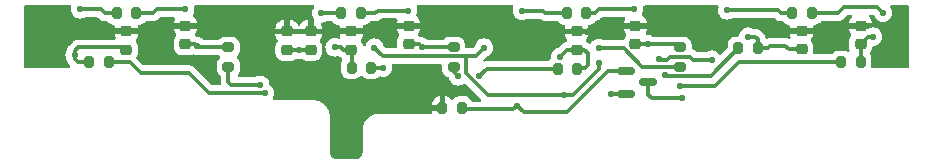
<source format=gtl>
G04 #@! TF.GenerationSoftware,KiCad,Pcbnew,7.0.1*
G04 #@! TF.CreationDate,2024-03-29T16:00:37+01:00*
G04 #@! TF.ProjectId,Qtr-8-SN,5174722d-382d-4534-9e2e-6b696361645f,rev?*
G04 #@! TF.SameCoordinates,Original*
G04 #@! TF.FileFunction,Copper,L1,Top*
G04 #@! TF.FilePolarity,Positive*
%FSLAX46Y46*%
G04 Gerber Fmt 4.6, Leading zero omitted, Abs format (unit mm)*
G04 Created by KiCad (PCBNEW 7.0.1) date 2024-03-29 16:00:37*
%MOMM*%
%LPD*%
G01*
G04 APERTURE LIST*
G04 Aperture macros list*
%AMRoundRect*
0 Rectangle with rounded corners*
0 $1 Rounding radius*
0 $2 $3 $4 $5 $6 $7 $8 $9 X,Y pos of 4 corners*
0 Add a 4 corners polygon primitive as box body*
4,1,4,$2,$3,$4,$5,$6,$7,$8,$9,$2,$3,0*
0 Add four circle primitives for the rounded corners*
1,1,$1+$1,$2,$3*
1,1,$1+$1,$4,$5*
1,1,$1+$1,$6,$7*
1,1,$1+$1,$8,$9*
0 Add four rect primitives between the rounded corners*
20,1,$1+$1,$2,$3,$4,$5,0*
20,1,$1+$1,$4,$5,$6,$7,0*
20,1,$1+$1,$6,$7,$8,$9,0*
20,1,$1+$1,$8,$9,$2,$3,0*%
G04 Aperture macros list end*
G04 #@! TA.AperFunction,SMDPad,CuDef*
%ADD10RoundRect,0.200000X0.200000X0.275000X-0.200000X0.275000X-0.200000X-0.275000X0.200000X-0.275000X0*%
G04 #@! TD*
G04 #@! TA.AperFunction,SMDPad,CuDef*
%ADD11RoundRect,0.225000X0.250000X-0.225000X0.250000X0.225000X-0.250000X0.225000X-0.250000X-0.225000X0*%
G04 #@! TD*
G04 #@! TA.AperFunction,SMDPad,CuDef*
%ADD12RoundRect,0.200000X-0.200000X-0.275000X0.200000X-0.275000X0.200000X0.275000X-0.200000X0.275000X0*%
G04 #@! TD*
G04 #@! TA.AperFunction,SMDPad,CuDef*
%ADD13RoundRect,0.225000X-0.250000X0.225000X-0.250000X-0.225000X0.250000X-0.225000X0.250000X0.225000X0*%
G04 #@! TD*
G04 #@! TA.AperFunction,SMDPad,CuDef*
%ADD14RoundRect,0.200000X-0.275000X0.200000X-0.275000X-0.200000X0.275000X-0.200000X0.275000X0.200000X0*%
G04 #@! TD*
G04 #@! TA.AperFunction,SMDPad,CuDef*
%ADD15RoundRect,0.150000X-0.587500X-0.150000X0.587500X-0.150000X0.587500X0.150000X-0.587500X0.150000X0*%
G04 #@! TD*
G04 #@! TA.AperFunction,ViaPad*
%ADD16C,0.550000*%
G04 #@! TD*
G04 #@! TA.AperFunction,Conductor*
%ADD17C,0.300000*%
G04 #@! TD*
G04 APERTURE END LIST*
D10*
X140205000Y-86750000D03*
X138555000Y-86750000D03*
D11*
X125910000Y-84650000D03*
X125910000Y-83100000D03*
D10*
X102840000Y-82040000D03*
X101190000Y-82040000D03*
D12*
X128780000Y-90040000D03*
X130430000Y-90040000D03*
D10*
X160030000Y-82040000D03*
X158380000Y-82040000D03*
X140970000Y-82020000D03*
X139320000Y-82020000D03*
D11*
X145110000Y-84660000D03*
X145110000Y-83110000D03*
D10*
X121860000Y-82040000D03*
X120210000Y-82040000D03*
D13*
X117620000Y-83570000D03*
X117620000Y-85120000D03*
D10*
X155465000Y-84980000D03*
X153815000Y-84980000D03*
D14*
X129720000Y-84910000D03*
X129720000Y-86560000D03*
D12*
X98870000Y-86170000D03*
X100520000Y-86170000D03*
D11*
X140130000Y-85120000D03*
X140130000Y-83570000D03*
X102010000Y-85110000D03*
X102010000Y-83560000D03*
D15*
X146215000Y-87880000D03*
X144340000Y-86930000D03*
X144340000Y-88830000D03*
D11*
X121070000Y-85110000D03*
X121070000Y-83560000D03*
X107020000Y-84650000D03*
X107020000Y-83100000D03*
D12*
X121080000Y-86620000D03*
X122730000Y-86620000D03*
D11*
X159180000Y-85090000D03*
X159180000Y-83540000D03*
X164190000Y-84660000D03*
X164190000Y-83110000D03*
D14*
X148890000Y-84900000D03*
X148890000Y-86550000D03*
D10*
X164185000Y-86160000D03*
X162535000Y-86160000D03*
D14*
X110660000Y-84920000D03*
X110660000Y-86570000D03*
D13*
X115615000Y-83570000D03*
X115615000Y-85120000D03*
D16*
X125370000Y-89765500D03*
X103415000Y-83355000D03*
X140990000Y-83600000D03*
X160970000Y-83110000D03*
X122220000Y-83570000D03*
X142000000Y-86210000D03*
X151570000Y-85950000D03*
X147120000Y-85925500D03*
X139070000Y-88960000D03*
X123020000Y-84930000D03*
X132300000Y-84940000D03*
X143020000Y-88820000D03*
X116610000Y-85160000D03*
X165230000Y-84010000D03*
X154670000Y-84000000D03*
X138750000Y-85710500D03*
X146140000Y-84660000D03*
X119650000Y-84910000D03*
X127070000Y-84910000D03*
X97635000Y-85590000D03*
X108000000Y-84790000D03*
X166070000Y-81970000D03*
X152880000Y-81790000D03*
X145010000Y-81670000D03*
X135500000Y-81820000D03*
X125874500Y-81810000D03*
X118520000Y-82040000D03*
X107000000Y-81690000D03*
X98120000Y-81700000D03*
X149040000Y-89220000D03*
X135117250Y-89837250D03*
X147630000Y-87220500D03*
X148900000Y-88210000D03*
X113755500Y-88760000D03*
X113360000Y-88080000D03*
X123730000Y-86620000D03*
X130131469Y-87378531D03*
X131895000Y-87375000D03*
X141999000Y-84979721D03*
D17*
X140130000Y-83570000D02*
X140960000Y-83570000D01*
X128765000Y-90170000D02*
X125774500Y-90170000D01*
X164190000Y-83110000D02*
X160970000Y-83110000D01*
X103670000Y-83100000D02*
X103415000Y-83355000D01*
X159180000Y-83540000D02*
X160540000Y-83540000D01*
X122690000Y-83100000D02*
X122220000Y-83570000D01*
X121070000Y-83560000D02*
X122210000Y-83560000D01*
X107020000Y-83100000D02*
X103670000Y-83100000D01*
X103415000Y-83355000D02*
X103210000Y-83560000D01*
X122210000Y-83560000D02*
X122220000Y-83570000D01*
X145110000Y-83110000D02*
X141480000Y-83110000D01*
X103210000Y-83560000D02*
X102010000Y-83560000D01*
X125774500Y-90170000D02*
X125370000Y-89765500D01*
X141480000Y-83110000D02*
X140990000Y-83600000D01*
X125910000Y-83100000D02*
X122690000Y-83100000D01*
X140960000Y-83570000D02*
X140990000Y-83600000D01*
X160540000Y-83540000D02*
X160970000Y-83110000D01*
X147144500Y-85950000D02*
X147810000Y-85950000D01*
X150010000Y-85950000D02*
X151550000Y-85950000D01*
X143020000Y-88820000D02*
X143030000Y-88830000D01*
X143030000Y-88830000D02*
X144340000Y-88830000D01*
X142000000Y-86770000D02*
X139810000Y-88960000D01*
X131580000Y-85660000D02*
X132300000Y-84940000D01*
X123020000Y-84930000D02*
X123750000Y-85660000D01*
X147810000Y-85950000D02*
X148050000Y-85710000D01*
X115615000Y-85120000D02*
X116570000Y-85120000D01*
X123750000Y-85660000D02*
X130750000Y-85660000D01*
X130750000Y-85660000D02*
X131580000Y-85660000D01*
X139810000Y-88960000D02*
X139070000Y-88960000D01*
X148050000Y-85710000D02*
X149770000Y-85710000D01*
X116650000Y-85120000D02*
X117620000Y-85120000D01*
X116610000Y-85160000D02*
X116650000Y-85120000D01*
X130750000Y-87113884D02*
X130750000Y-85660000D01*
X147120000Y-85925500D02*
X147144500Y-85950000D01*
X149770000Y-85710000D02*
X150010000Y-85950000D01*
X142000000Y-86210000D02*
X142000000Y-86770000D01*
X132596116Y-88960000D02*
X130750000Y-87113884D01*
X116570000Y-85120000D02*
X116610000Y-85160000D01*
X139070000Y-88960000D02*
X132596116Y-88960000D01*
X164840000Y-84010000D02*
X164190000Y-84660000D01*
X164185000Y-86160000D02*
X164185000Y-84665000D01*
X164185000Y-84665000D02*
X164190000Y-84660000D01*
X165230000Y-84010000D02*
X164840000Y-84010000D01*
X156530000Y-84770000D02*
X156320000Y-84980000D01*
X154670000Y-84000000D02*
X155270000Y-84000000D01*
X157790000Y-84770000D02*
X156530000Y-84770000D01*
X159180000Y-85090000D02*
X158110000Y-85090000D01*
X155465000Y-84195000D02*
X155465000Y-84980000D01*
X155270000Y-84000000D02*
X155465000Y-84195000D01*
X156320000Y-84980000D02*
X155465000Y-84980000D01*
X158110000Y-85090000D02*
X157790000Y-84770000D01*
X139340500Y-85120000D02*
X140130000Y-85120000D01*
X141090000Y-86400000D02*
X141090000Y-85410000D01*
X140210000Y-86660000D02*
X140830000Y-86660000D01*
X138750000Y-85710500D02*
X139340500Y-85120000D01*
X140800000Y-85120000D02*
X140130000Y-85120000D01*
X141090000Y-85410000D02*
X140800000Y-85120000D01*
X140830000Y-86660000D02*
X141090000Y-86400000D01*
X145110000Y-84660000D02*
X146140000Y-84660000D01*
X146140000Y-84660000D02*
X148650000Y-84660000D01*
X148650000Y-84660000D02*
X148890000Y-84900000D01*
X121080000Y-85120000D02*
X121070000Y-85110000D01*
X120190000Y-84910000D02*
X120390000Y-85110000D01*
X121080000Y-86620000D02*
X121080000Y-85120000D01*
X120390000Y-85110000D02*
X121070000Y-85110000D01*
X119650000Y-84910000D02*
X120190000Y-84910000D01*
X126810000Y-84650000D02*
X127070000Y-84910000D01*
X129720000Y-84910000D02*
X127070000Y-84910000D01*
X125910000Y-84650000D02*
X126810000Y-84650000D01*
X97635000Y-85925000D02*
X97880000Y-86170000D01*
X101810000Y-84910000D02*
X97950000Y-84910000D01*
X97635000Y-85590000D02*
X97635000Y-85925000D01*
X97635000Y-85225000D02*
X97635000Y-85590000D01*
X97880000Y-86170000D02*
X98870000Y-86170000D01*
X97950000Y-84910000D02*
X97635000Y-85225000D01*
X108000000Y-84790000D02*
X107860000Y-84650000D01*
X107860000Y-84650000D02*
X107020000Y-84650000D01*
X108130000Y-84920000D02*
X110660000Y-84920000D01*
X108000000Y-84790000D02*
X108130000Y-84920000D01*
X162800000Y-81500000D02*
X162260000Y-82040000D01*
X166070000Y-81970000D02*
X165600000Y-81500000D01*
X162260000Y-82040000D02*
X160030000Y-82040000D01*
X165600000Y-81500000D02*
X162800000Y-81500000D01*
X152880000Y-81790000D02*
X157170000Y-81790000D01*
X157170000Y-81790000D02*
X157420000Y-82040000D01*
X157420000Y-82040000D02*
X158380000Y-82040000D01*
X142030000Y-81670000D02*
X141680000Y-82020000D01*
X145010000Y-81670000D02*
X142030000Y-81670000D01*
X141680000Y-82020000D02*
X140970000Y-82020000D01*
X135500000Y-81820000D02*
X137280000Y-81820000D01*
X137480000Y-82020000D02*
X139320000Y-82020000D01*
X137280000Y-81820000D02*
X137480000Y-82020000D01*
X123110000Y-82040000D02*
X121860000Y-82040000D01*
X123340000Y-81810000D02*
X123110000Y-82040000D01*
X125874500Y-81810000D02*
X123340000Y-81810000D01*
X118520000Y-82040000D02*
X120210000Y-82040000D01*
X104590000Y-81700000D02*
X104250000Y-82040000D01*
X107000000Y-81690000D02*
X106990000Y-81700000D01*
X104250000Y-82040000D02*
X102840000Y-82040000D01*
X106990000Y-81700000D02*
X104590000Y-81700000D01*
X98120000Y-81700000D02*
X99830000Y-81700000D01*
X100170000Y-82040000D02*
X101190000Y-82040000D01*
X99830000Y-81700000D02*
X100170000Y-82040000D01*
X146530000Y-89220000D02*
X146215000Y-88905000D01*
X149040000Y-89220000D02*
X146530000Y-89220000D01*
X146215000Y-88905000D02*
X146215000Y-87880000D01*
X142790000Y-86930000D02*
X144340000Y-86930000D01*
X135117250Y-89837250D02*
X134784500Y-90170000D01*
X135117250Y-89837250D02*
X135670000Y-90390000D01*
X135670000Y-90390000D02*
X139330000Y-90390000D01*
X139330000Y-90390000D02*
X142790000Y-86930000D01*
X134784500Y-90170000D02*
X130415000Y-90170000D01*
X151495000Y-87300000D02*
X153815000Y-84980000D01*
X147709500Y-87300000D02*
X151495000Y-87300000D01*
X147630000Y-87220500D02*
X147709500Y-87300000D01*
X148900000Y-88210000D02*
X151820000Y-88210000D01*
X153870000Y-86160000D02*
X162580000Y-86160000D01*
X151820000Y-88210000D02*
X153870000Y-86160000D01*
X113725500Y-88790000D02*
X109030000Y-88790000D01*
X107330000Y-87090000D02*
X103214987Y-87090000D01*
X103214987Y-87090000D02*
X102294987Y-86170000D01*
X113755500Y-88760000D02*
X113725500Y-88790000D01*
X102294987Y-86170000D02*
X100520000Y-86170000D01*
X109030000Y-88790000D02*
X107330000Y-87090000D01*
X110660000Y-87840000D02*
X110660000Y-86570000D01*
X110900000Y-88080000D02*
X110660000Y-87840000D01*
X113360000Y-88080000D02*
X110900000Y-88080000D01*
X122730000Y-86620000D02*
X123730000Y-86620000D01*
X130131469Y-87378531D02*
X129720000Y-86967062D01*
X129720000Y-86967062D02*
X129720000Y-86560000D01*
X131895000Y-87375000D02*
X132520000Y-86750000D01*
X132520000Y-86750000D02*
X138555000Y-86750000D01*
X145711827Y-86550000D02*
X148890000Y-86550000D01*
X144141827Y-84980000D02*
X145711827Y-86550000D01*
X141999279Y-84980000D02*
X144141827Y-84980000D01*
X141999000Y-84979721D02*
X141999279Y-84980000D01*
G04 #@! TA.AperFunction,Conductor*
G36*
X97302842Y-81364333D02*
G01*
X97347058Y-81402746D01*
X97368711Y-81457168D01*
X97362969Y-81515453D01*
X97362658Y-81516345D01*
X97359158Y-81526346D01*
X97339592Y-81700000D01*
X97359158Y-81873657D01*
X97416877Y-82038606D01*
X97509852Y-82186576D01*
X97633423Y-82310147D01*
X97781393Y-82403122D01*
X97946342Y-82460841D01*
X98120000Y-82480407D01*
X98293657Y-82460841D01*
X98458606Y-82403122D01*
X98474521Y-82393122D01*
X98512107Y-82369506D01*
X98578078Y-82350500D01*
X99509192Y-82350500D01*
X99556645Y-82359939D01*
X99596873Y-82386819D01*
X99649564Y-82439510D01*
X99662912Y-82456169D01*
X99715831Y-82505864D01*
X99718628Y-82508575D01*
X99738962Y-82528909D01*
X99742443Y-82531609D01*
X99751326Y-82539195D01*
X99784607Y-82570448D01*
X99803198Y-82580668D01*
X99819462Y-82591351D01*
X99836235Y-82604362D01*
X99836236Y-82604362D01*
X99836237Y-82604363D01*
X99843798Y-82607635D01*
X99878138Y-82622495D01*
X99888622Y-82627631D01*
X99928632Y-82649627D01*
X99949197Y-82654906D01*
X99967593Y-82661205D01*
X99987074Y-82669636D01*
X100032178Y-82676779D01*
X100043597Y-82679144D01*
X100087823Y-82690500D01*
X100109045Y-82690500D01*
X100128443Y-82692026D01*
X100149405Y-82695347D01*
X100194863Y-82691049D01*
X100206531Y-82690500D01*
X100328511Y-82690500D01*
X100389428Y-82706495D01*
X100423685Y-82739734D01*
X100423881Y-82739539D01*
X100554813Y-82870471D01*
X100554815Y-82870472D01*
X100700394Y-82958478D01*
X100862804Y-83009086D01*
X100912399Y-83013593D01*
X100938984Y-83016009D01*
X100938845Y-83017538D01*
X100986838Y-83029097D01*
X101030912Y-83066906D01*
X101052940Y-83120635D01*
X101048090Y-83178501D01*
X101045143Y-83187392D01*
X101035000Y-83286685D01*
X101035000Y-83310000D01*
X102984999Y-83310000D01*
X102984999Y-83286685D01*
X102974856Y-83187396D01*
X102971910Y-83178505D01*
X102967059Y-83120638D01*
X102989086Y-83066907D01*
X103033160Y-83029097D01*
X103089616Y-83015500D01*
X103096617Y-83015500D01*
X103117601Y-83013593D01*
X103167196Y-83009086D01*
X103329606Y-82958478D01*
X103475185Y-82870472D01*
X103534316Y-82811341D01*
X103606119Y-82739539D01*
X103606314Y-82739734D01*
X103640572Y-82706495D01*
X103701489Y-82690500D01*
X104164495Y-82690500D01*
X104185704Y-82692841D01*
X104188294Y-82692759D01*
X104188296Y-82692760D01*
X104258262Y-82690560D01*
X104262157Y-82690500D01*
X104290920Y-82690500D01*
X104290925Y-82690500D01*
X104295302Y-82689946D01*
X104306941Y-82689030D01*
X104352569Y-82687597D01*
X104372949Y-82681675D01*
X104391989Y-82677732D01*
X104413058Y-82675071D01*
X104455520Y-82658258D01*
X104466557Y-82654480D01*
X104510398Y-82641744D01*
X104528670Y-82630936D01*
X104546136Y-82622380D01*
X104565871Y-82614568D01*
X104602816Y-82587725D01*
X104612548Y-82581332D01*
X104651865Y-82558081D01*
X104666874Y-82543071D01*
X104681663Y-82530439D01*
X104698837Y-82517963D01*
X104727942Y-82482779D01*
X104735797Y-82474148D01*
X104823129Y-82386818D01*
X104863357Y-82359939D01*
X104910809Y-82350500D01*
X106019518Y-82350500D01*
X106082297Y-82367566D01*
X106127795Y-82414068D01*
X106143488Y-82477205D01*
X106125057Y-82539597D01*
X106108452Y-82566516D01*
X106055143Y-82727393D01*
X106045000Y-82826685D01*
X106045000Y-82850000D01*
X107994999Y-82850000D01*
X107994999Y-82826685D01*
X107984856Y-82727394D01*
X107949270Y-82620000D01*
X115865000Y-82620000D01*
X115865000Y-83320000D01*
X117370000Y-83320000D01*
X117370000Y-82620001D01*
X117321685Y-82620001D01*
X117222394Y-82630143D01*
X117061513Y-82683453D01*
X116917267Y-82772426D01*
X116797426Y-82892267D01*
X116723038Y-83012869D01*
X116677932Y-83056050D01*
X116617500Y-83071772D01*
X116557068Y-83056050D01*
X116511962Y-83012869D01*
X116437573Y-82892267D01*
X116317732Y-82772426D01*
X116173486Y-82683453D01*
X116012606Y-82630143D01*
X115913315Y-82620000D01*
X115865000Y-82620000D01*
X107949270Y-82620000D01*
X107931546Y-82566513D01*
X107842573Y-82422267D01*
X107722732Y-82302426D01*
X107691022Y-82282867D01*
X107646811Y-82235877D01*
X107632193Y-82173035D01*
X107651124Y-82111359D01*
X107703122Y-82028606D01*
X107760841Y-81863657D01*
X107780407Y-81690000D01*
X107760841Y-81516343D01*
X107760528Y-81515451D01*
X107754790Y-81457164D01*
X107776443Y-81402743D01*
X107820659Y-81364332D01*
X107877572Y-81350500D01*
X117813414Y-81350500D01*
X117869709Y-81364015D01*
X117913732Y-81401615D01*
X117935887Y-81455102D01*
X117931345Y-81512818D01*
X117914705Y-81539971D01*
X117917286Y-81541593D01*
X117816877Y-81701393D01*
X117759158Y-81866342D01*
X117739592Y-82039999D01*
X117759158Y-82213657D01*
X117816877Y-82378606D01*
X117877914Y-82475746D01*
X117896140Y-82527833D01*
X117889962Y-82582670D01*
X117870000Y-82614441D01*
X117870000Y-83320000D01*
X118594999Y-83320000D01*
X118594999Y-83296685D01*
X118584856Y-83197394D01*
X118531546Y-83036515D01*
X118508813Y-82999659D01*
X118490505Y-82940742D01*
X118502855Y-82880296D01*
X118542806Y-82833283D01*
X118600468Y-82811341D01*
X118671445Y-82803343D01*
X118693657Y-82800841D01*
X118858606Y-82743122D01*
X118867724Y-82737393D01*
X118912107Y-82709506D01*
X118978078Y-82690500D01*
X119348511Y-82690500D01*
X119409428Y-82706495D01*
X119443685Y-82739734D01*
X119443881Y-82739539D01*
X119574813Y-82870471D01*
X119574815Y-82870472D01*
X119720394Y-82958478D01*
X119882804Y-83009086D01*
X119929857Y-83013362D01*
X119953383Y-83015500D01*
X119990383Y-83015500D01*
X120046838Y-83029097D01*
X120090912Y-83066906D01*
X120112940Y-83120635D01*
X120108090Y-83178501D01*
X120105143Y-83187392D01*
X120095000Y-83286685D01*
X120095000Y-83310000D01*
X122044999Y-83310000D01*
X122044999Y-83286685D01*
X122034856Y-83187394D01*
X122031110Y-83176090D01*
X122025862Y-83121004D01*
X122045100Y-83069120D01*
X122084992Y-83030770D01*
X122137591Y-83013593D01*
X122187196Y-83009086D01*
X122349606Y-82958478D01*
X122495185Y-82870472D01*
X122554316Y-82811341D01*
X122626119Y-82739539D01*
X122626314Y-82739734D01*
X122660572Y-82706495D01*
X122721489Y-82690500D01*
X123024495Y-82690500D01*
X123045704Y-82692841D01*
X123048294Y-82692759D01*
X123048296Y-82692760D01*
X123118262Y-82690560D01*
X123122157Y-82690500D01*
X123150920Y-82690500D01*
X123150925Y-82690500D01*
X123155302Y-82689946D01*
X123166941Y-82689030D01*
X123212569Y-82687597D01*
X123232949Y-82681675D01*
X123251989Y-82677732D01*
X123273058Y-82675071D01*
X123315520Y-82658258D01*
X123326557Y-82654480D01*
X123370398Y-82641744D01*
X123388670Y-82630936D01*
X123406136Y-82622380D01*
X123425871Y-82614568D01*
X123462816Y-82587725D01*
X123472548Y-82581332D01*
X123511865Y-82558081D01*
X123526874Y-82543071D01*
X123541663Y-82530439D01*
X123558837Y-82517963D01*
X123569180Y-82505459D01*
X123611927Y-82472302D01*
X123664724Y-82460500D01*
X124861863Y-82460500D01*
X124918318Y-82474097D01*
X124962393Y-82511907D01*
X124984420Y-82565637D01*
X124979569Y-82623504D01*
X124945143Y-82727393D01*
X124935000Y-82826685D01*
X124935000Y-82850000D01*
X126884999Y-82850000D01*
X126884999Y-82826685D01*
X126874856Y-82727394D01*
X126821546Y-82566513D01*
X126732573Y-82422267D01*
X126602484Y-82292178D01*
X126605272Y-82289389D01*
X126579948Y-82262442D01*
X126565366Y-82199593D01*
X126576604Y-82163051D01*
X126573008Y-82161793D01*
X126635341Y-81983657D01*
X126654907Y-81809999D01*
X126635341Y-81636342D01*
X126593040Y-81515455D01*
X126587298Y-81457166D01*
X126608951Y-81402745D01*
X126653167Y-81364333D01*
X126710081Y-81350500D01*
X134667918Y-81350500D01*
X134724832Y-81364333D01*
X134769048Y-81402745D01*
X134790701Y-81457166D01*
X134784959Y-81515455D01*
X134739158Y-81646342D01*
X134719592Y-81819999D01*
X134739158Y-81993657D01*
X134796877Y-82158606D01*
X134889852Y-82306576D01*
X135013423Y-82430147D01*
X135161393Y-82523122D01*
X135326342Y-82580841D01*
X135500000Y-82600407D01*
X135673657Y-82580841D01*
X135838606Y-82523122D01*
X135846818Y-82517962D01*
X135892107Y-82489506D01*
X135958078Y-82470500D01*
X136959191Y-82470500D01*
X137006644Y-82479939D01*
X137046872Y-82506819D01*
X137048962Y-82508909D01*
X137052443Y-82511609D01*
X137061326Y-82519195D01*
X137094607Y-82550448D01*
X137113198Y-82560668D01*
X137129462Y-82571351D01*
X137146235Y-82584362D01*
X137188138Y-82602495D01*
X137198626Y-82607633D01*
X137238632Y-82629627D01*
X137259197Y-82634906D01*
X137277593Y-82641205D01*
X137297074Y-82649636D01*
X137342178Y-82656779D01*
X137353597Y-82659144D01*
X137397823Y-82670500D01*
X137419045Y-82670500D01*
X137438443Y-82672026D01*
X137459405Y-82675347D01*
X137504863Y-82671049D01*
X137516531Y-82670500D01*
X138458511Y-82670500D01*
X138519428Y-82686495D01*
X138553685Y-82719734D01*
X138553881Y-82719539D01*
X138684813Y-82850471D01*
X138684815Y-82850472D01*
X138830394Y-82938478D01*
X138992804Y-82989086D01*
X139042541Y-82993605D01*
X139068984Y-82996009D01*
X139068843Y-82997551D01*
X139116781Y-83009097D01*
X139160855Y-83046907D01*
X139182882Y-83100638D01*
X139178031Y-83158505D01*
X139165143Y-83197395D01*
X139155000Y-83296685D01*
X139155000Y-83320000D01*
X141104999Y-83320000D01*
X141104999Y-83296685D01*
X141094856Y-83197394D01*
X141081969Y-83158504D01*
X141077118Y-83100637D01*
X141099145Y-83046907D01*
X141143219Y-83009097D01*
X141199675Y-82995500D01*
X141226617Y-82995500D01*
X141244260Y-82993896D01*
X141297196Y-82989086D01*
X141459606Y-82938478D01*
X141605185Y-82850472D01*
X141725472Y-82730185D01*
X141733869Y-82716293D01*
X141772408Y-82676475D01*
X141824443Y-82657422D01*
X141843058Y-82655071D01*
X141885520Y-82638258D01*
X141896557Y-82634480D01*
X141940398Y-82621744D01*
X141958670Y-82610936D01*
X141976136Y-82602380D01*
X141995871Y-82594568D01*
X142032816Y-82567725D01*
X142042548Y-82561332D01*
X142081865Y-82538081D01*
X142096875Y-82523070D01*
X142111664Y-82510439D01*
X142128837Y-82497963D01*
X142157943Y-82462778D01*
X142165798Y-82454147D01*
X142263129Y-82356818D01*
X142303357Y-82329939D01*
X142350809Y-82320500D01*
X144134191Y-82320500D01*
X144196970Y-82337567D01*
X144242469Y-82384069D01*
X144258161Y-82447205D01*
X144239729Y-82509597D01*
X144198453Y-82576513D01*
X144145143Y-82737393D01*
X144135000Y-82836685D01*
X144135000Y-82860000D01*
X146084999Y-82860000D01*
X146084999Y-82836685D01*
X146074856Y-82737394D01*
X146021546Y-82576513D01*
X145932573Y-82432267D01*
X145812731Y-82312425D01*
X145709782Y-82248925D01*
X145665571Y-82201934D01*
X145650953Y-82139093D01*
X145669884Y-82077418D01*
X145713122Y-82008606D01*
X145770841Y-81843657D01*
X145790407Y-81670000D01*
X145770841Y-81496343D01*
X145770840Y-81496341D01*
X145769944Y-81488384D01*
X145781444Y-81420699D01*
X145827192Y-81369506D01*
X145893164Y-81350500D01*
X152037420Y-81350500D01*
X152094334Y-81364333D01*
X152138550Y-81402745D01*
X152160202Y-81457166D01*
X152154462Y-81515454D01*
X152119159Y-81616343D01*
X152119158Y-81616346D01*
X152099592Y-81789999D01*
X152119158Y-81963657D01*
X152176877Y-82128606D01*
X152269852Y-82276576D01*
X152393423Y-82400147D01*
X152541393Y-82493122D01*
X152706342Y-82550841D01*
X152880000Y-82570407D01*
X153053657Y-82550841D01*
X153218606Y-82493122D01*
X153235048Y-82482791D01*
X153272107Y-82459506D01*
X153338078Y-82440500D01*
X156847131Y-82440500D01*
X156892779Y-82449208D01*
X156932016Y-82474109D01*
X156965832Y-82505865D01*
X156968628Y-82508575D01*
X156988961Y-82528908D01*
X156992442Y-82531608D01*
X157001325Y-82539194D01*
X157034607Y-82570448D01*
X157036250Y-82571351D01*
X157053204Y-82580672D01*
X157069464Y-82591352D01*
X157086236Y-82604362D01*
X157128140Y-82622495D01*
X157138620Y-82627629D01*
X157178632Y-82649627D01*
X157199195Y-82654906D01*
X157217598Y-82661207D01*
X157237073Y-82669635D01*
X157282175Y-82676778D01*
X157293570Y-82679137D01*
X157337823Y-82690500D01*
X157359051Y-82690500D01*
X157378449Y-82692026D01*
X157399405Y-82695346D01*
X157444851Y-82691050D01*
X157456521Y-82690500D01*
X157518511Y-82690500D01*
X157579428Y-82706495D01*
X157613685Y-82739734D01*
X157613881Y-82739539D01*
X157744813Y-82870471D01*
X157744815Y-82870472D01*
X157890394Y-82958478D01*
X158052804Y-83009086D01*
X158105679Y-83013891D01*
X158158274Y-83031065D01*
X158198164Y-83069405D01*
X158217407Y-83121279D01*
X158214329Y-83153658D01*
X158216524Y-83153883D01*
X158205000Y-83266685D01*
X158205000Y-83290000D01*
X160154999Y-83290000D01*
X160154999Y-83266685D01*
X160143476Y-83153883D01*
X160146446Y-83153579D01*
X160143691Y-83120614D01*
X160165723Y-83066894D01*
X160209795Y-83029094D01*
X160266244Y-83015500D01*
X160286617Y-83015500D01*
X160307601Y-83013593D01*
X160357196Y-83009086D01*
X160519606Y-82958478D01*
X160665185Y-82870472D01*
X160724316Y-82811341D01*
X160796119Y-82739539D01*
X160796314Y-82739734D01*
X160830572Y-82706495D01*
X160891489Y-82690500D01*
X162174495Y-82690500D01*
X162195704Y-82692841D01*
X162198294Y-82692759D01*
X162198296Y-82692760D01*
X162268262Y-82690560D01*
X162272157Y-82690500D01*
X162300920Y-82690500D01*
X162300925Y-82690500D01*
X162305302Y-82689946D01*
X162316941Y-82689030D01*
X162362569Y-82687597D01*
X162382949Y-82681675D01*
X162401989Y-82677732D01*
X162423058Y-82675071D01*
X162465520Y-82658258D01*
X162476557Y-82654480D01*
X162520398Y-82641744D01*
X162538670Y-82630936D01*
X162556136Y-82622380D01*
X162575871Y-82614568D01*
X162612816Y-82587725D01*
X162622548Y-82581332D01*
X162661865Y-82558081D01*
X162676874Y-82543071D01*
X162691663Y-82530439D01*
X162708837Y-82517963D01*
X162737946Y-82482774D01*
X162745780Y-82474164D01*
X163033129Y-82186816D01*
X163073355Y-82159939D01*
X163120808Y-82150500D01*
X163349832Y-82150500D01*
X163406127Y-82164015D01*
X163450150Y-82201615D01*
X163472305Y-82255102D01*
X163467763Y-82312818D01*
X163437513Y-82362181D01*
X163367426Y-82432267D01*
X163278453Y-82576513D01*
X163225143Y-82737393D01*
X163215000Y-82836685D01*
X163215000Y-82860000D01*
X165164999Y-82860000D01*
X165164999Y-82836685D01*
X165154856Y-82737394D01*
X165101546Y-82576513D01*
X165012573Y-82432267D01*
X164942487Y-82362181D01*
X164912237Y-82312818D01*
X164907695Y-82255102D01*
X164929850Y-82201615D01*
X164973873Y-82164015D01*
X165030168Y-82150500D01*
X165223572Y-82150500D01*
X165273159Y-82160846D01*
X165314471Y-82190159D01*
X165340612Y-82233542D01*
X165363918Y-82300147D01*
X165366879Y-82308608D01*
X165459852Y-82456576D01*
X165583423Y-82580147D01*
X165731393Y-82673122D01*
X165896342Y-82730841D01*
X166070000Y-82750407D01*
X166243657Y-82730841D01*
X166408606Y-82673122D01*
X166556576Y-82580147D01*
X166680147Y-82456576D01*
X166773122Y-82308606D01*
X166830841Y-82143657D01*
X166850407Y-81970000D01*
X166833506Y-81820000D01*
X166830841Y-81796342D01*
X166773123Y-81631396D01*
X166725508Y-81555616D01*
X166715991Y-81540470D01*
X166697035Y-81477978D01*
X166712458Y-81414519D01*
X166757985Y-81367697D01*
X166820986Y-81350500D01*
X168114486Y-81350500D01*
X168157789Y-81350500D01*
X168181972Y-81352881D01*
X168203018Y-81357067D01*
X168247719Y-81375584D01*
X168255206Y-81380587D01*
X168289412Y-81414793D01*
X168294415Y-81422280D01*
X168312931Y-81466979D01*
X168317117Y-81488022D01*
X168319500Y-81512211D01*
X168319500Y-81574856D01*
X168319544Y-81575138D01*
X168320873Y-83790000D01*
X168320999Y-84000280D01*
X168320855Y-84240494D01*
X168319544Y-86425218D01*
X168319500Y-86425506D01*
X168319500Y-86487789D01*
X168317117Y-86511976D01*
X168312933Y-86533014D01*
X168312932Y-86533020D01*
X168294415Y-86577719D01*
X168289412Y-86585206D01*
X168255206Y-86619412D01*
X168247719Y-86624415D01*
X168203020Y-86642931D01*
X168181976Y-86647117D01*
X168157789Y-86649500D01*
X165206932Y-86649500D01*
X165141717Y-86630966D01*
X165095997Y-86580903D01*
X165083441Y-86514279D01*
X165085500Y-86491620D01*
X165085500Y-85828383D01*
X165081834Y-85788044D01*
X165079086Y-85757804D01*
X165028478Y-85595394D01*
X164975931Y-85508471D01*
X164958677Y-85456788D01*
X164965245Y-85402696D01*
X164994365Y-85356645D01*
X165012968Y-85338044D01*
X165102003Y-85193697D01*
X165155349Y-85032708D01*
X165165500Y-84933345D01*
X165165499Y-84908487D01*
X165179868Y-84850548D01*
X165219647Y-84806034D01*
X165275614Y-84785267D01*
X165403657Y-84770841D01*
X165568606Y-84713122D01*
X165716576Y-84620147D01*
X165840147Y-84496576D01*
X165933122Y-84348606D01*
X165990841Y-84183657D01*
X166010407Y-84010000D01*
X165991543Y-83842574D01*
X165990841Y-83836342D01*
X165933122Y-83671393D01*
X165840147Y-83523423D01*
X165716576Y-83399852D01*
X165568606Y-83306877D01*
X165403657Y-83249158D01*
X165230000Y-83229592D01*
X165056342Y-83249158D01*
X164891393Y-83306877D01*
X164837097Y-83340994D01*
X164771126Y-83360000D01*
X163215001Y-83360000D01*
X163215001Y-83383315D01*
X163225143Y-83482605D01*
X163278453Y-83643486D01*
X163367426Y-83787732D01*
X163376659Y-83796965D01*
X163408753Y-83852551D01*
X163408753Y-83916738D01*
X163376661Y-83972325D01*
X163367031Y-83981954D01*
X163277997Y-84126300D01*
X163224650Y-84287292D01*
X163214500Y-84386655D01*
X163214500Y-84933344D01*
X163224651Y-85032709D01*
X163255599Y-85126107D01*
X163260169Y-85185713D01*
X163236319Y-85240531D01*
X163189592Y-85277819D01*
X163130849Y-85288910D01*
X163073744Y-85271227D01*
X163024606Y-85241522D01*
X162862196Y-85190914D01*
X162862193Y-85190913D01*
X162791617Y-85184500D01*
X162791616Y-85184500D01*
X162278384Y-85184500D01*
X162278383Y-85184500D01*
X162207806Y-85190913D01*
X162143983Y-85210801D01*
X162045394Y-85241522D01*
X162045392Y-85241522D01*
X162045392Y-85241523D01*
X161899813Y-85329528D01*
X161768881Y-85460461D01*
X161768685Y-85460265D01*
X161734428Y-85493505D01*
X161673511Y-85509500D01*
X160277882Y-85509500D01*
X160212274Y-85490722D01*
X160166537Y-85440074D01*
X160154524Y-85372898D01*
X160155500Y-85363345D01*
X160155499Y-84816656D01*
X160151103Y-84773626D01*
X160145349Y-84717292D01*
X160098075Y-84574626D01*
X160092003Y-84556303D01*
X160092002Y-84556302D01*
X160092002Y-84556300D01*
X160002969Y-84411957D01*
X159993341Y-84402329D01*
X159961245Y-84346741D01*
X159961245Y-84282551D01*
X159993341Y-84226963D01*
X160002572Y-84217732D01*
X160091546Y-84073484D01*
X160144856Y-83912606D01*
X160155000Y-83813315D01*
X160155000Y-83790000D01*
X158205001Y-83790000D01*
X158205001Y-83813315D01*
X158215143Y-83912607D01*
X158256737Y-84038129D01*
X158261820Y-84094418D01*
X158241394Y-84147116D01*
X158199703Y-84185275D01*
X158145407Y-84200968D01*
X158089786Y-84190934D01*
X158081871Y-84187509D01*
X158071379Y-84182369D01*
X158031367Y-84160372D01*
X158010800Y-84155091D01*
X157992398Y-84148791D01*
X157972924Y-84140364D01*
X157927837Y-84133223D01*
X157916398Y-84130854D01*
X157872178Y-84119500D01*
X157872177Y-84119500D01*
X157850955Y-84119500D01*
X157831556Y-84117973D01*
X157810596Y-84114653D01*
X157810595Y-84114653D01*
X157793173Y-84116300D01*
X157765139Y-84118950D01*
X157753470Y-84119500D01*
X156615505Y-84119500D01*
X156594295Y-84117158D01*
X156521738Y-84119439D01*
X156517843Y-84119500D01*
X156489071Y-84119500D01*
X156484690Y-84120053D01*
X156473059Y-84120968D01*
X156427428Y-84122402D01*
X156407052Y-84128322D01*
X156388006Y-84132267D01*
X156366939Y-84134928D01*
X156324487Y-84151736D01*
X156313439Y-84155519D01*
X156264211Y-84169822D01*
X156200039Y-84171167D01*
X156143791Y-84140247D01*
X156110540Y-84085347D01*
X156106674Y-84072043D01*
X156102731Y-84053004D01*
X156100071Y-84031942D01*
X156083267Y-83989501D01*
X156079484Y-83978452D01*
X156077597Y-83971956D01*
X156066745Y-83934602D01*
X156063593Y-83929272D01*
X156055937Y-83916326D01*
X156047376Y-83898850D01*
X156039568Y-83879129D01*
X156012731Y-83842191D01*
X156006317Y-83832425D01*
X155983081Y-83793135D01*
X155968074Y-83778128D01*
X155955436Y-83763331D01*
X155953448Y-83760595D01*
X155942963Y-83746163D01*
X155907779Y-83717056D01*
X155899140Y-83709194D01*
X155790434Y-83600488D01*
X155777091Y-83583833D01*
X155724166Y-83534134D01*
X155721369Y-83531423D01*
X155701034Y-83511088D01*
X155697547Y-83508383D01*
X155688671Y-83500801D01*
X155655394Y-83469552D01*
X155636793Y-83459326D01*
X155620532Y-83448645D01*
X155603764Y-83435638D01*
X155561870Y-83417508D01*
X155551379Y-83412369D01*
X155511367Y-83390372D01*
X155490800Y-83385091D01*
X155472398Y-83378791D01*
X155452924Y-83370364D01*
X155407837Y-83363223D01*
X155396398Y-83360854D01*
X155352178Y-83349500D01*
X155352177Y-83349500D01*
X155330955Y-83349500D01*
X155311556Y-83347973D01*
X155290596Y-83344653D01*
X155290595Y-83344653D01*
X155268558Y-83346736D01*
X155245139Y-83348950D01*
X155233470Y-83349500D01*
X155128078Y-83349500D01*
X155062107Y-83330494D01*
X155008606Y-83296877D01*
X154843657Y-83239158D01*
X154670000Y-83219592D01*
X154496342Y-83239158D01*
X154331393Y-83296877D01*
X154183423Y-83389852D01*
X154059852Y-83513423D01*
X153966877Y-83661393D01*
X153909158Y-83826343D01*
X153901492Y-83894384D01*
X153880725Y-83950352D01*
X153836213Y-83990130D01*
X153778272Y-84004500D01*
X153558383Y-84004500D01*
X153487806Y-84010913D01*
X153420331Y-84031939D01*
X153325394Y-84061522D01*
X153325392Y-84061522D01*
X153325392Y-84061523D01*
X153179813Y-84149528D01*
X153059528Y-84269813D01*
X152972469Y-84413827D01*
X152971522Y-84415394D01*
X152948166Y-84490347D01*
X152920913Y-84577806D01*
X152914500Y-84648383D01*
X152914500Y-84909192D01*
X152905061Y-84956645D01*
X152878181Y-84996873D01*
X152379419Y-85495633D01*
X152332692Y-85524994D01*
X152277853Y-85531172D01*
X152225764Y-85512944D01*
X152186743Y-85473922D01*
X152180147Y-85463424D01*
X152180145Y-85463422D01*
X152180144Y-85463420D01*
X152056576Y-85339852D01*
X151908606Y-85246877D01*
X151743657Y-85189158D01*
X151570000Y-85169592D01*
X151396342Y-85189158D01*
X151231393Y-85246877D01*
X151177893Y-85280494D01*
X151111922Y-85299500D01*
X150332220Y-85299500D01*
X150286573Y-85290792D01*
X150247336Y-85265892D01*
X150224166Y-85244134D01*
X150221369Y-85241423D01*
X150201034Y-85221088D01*
X150197547Y-85218383D01*
X150188671Y-85210801D01*
X150155394Y-85179552D01*
X150136793Y-85169326D01*
X150120532Y-85158645D01*
X150118579Y-85157130D01*
X150103764Y-85145638D01*
X150061870Y-85127508D01*
X150051379Y-85122369D01*
X150011367Y-85100372D01*
X149990800Y-85095091D01*
X149972399Y-85088791D01*
X149940257Y-85074883D01*
X149900907Y-85047840D01*
X149874692Y-85007933D01*
X149865500Y-84961080D01*
X149865500Y-84643383D01*
X149860904Y-84592806D01*
X149859086Y-84572804D01*
X149808478Y-84410394D01*
X149734060Y-84287292D01*
X149720471Y-84264813D01*
X149600186Y-84144528D01*
X149504819Y-84086877D01*
X149454606Y-84056522D01*
X149303704Y-84009500D01*
X149292193Y-84005913D01*
X149221617Y-83999500D01*
X149221616Y-83999500D01*
X148558384Y-83999500D01*
X148558383Y-83999500D01*
X148548172Y-84000428D01*
X148487804Y-84005914D01*
X148487803Y-84005914D01*
X148474700Y-84007105D01*
X148474679Y-84006873D01*
X148457425Y-84009500D01*
X146598078Y-84009500D01*
X146532107Y-83990494D01*
X146478606Y-83956877D01*
X146313657Y-83899158D01*
X146139998Y-83879592D01*
X146109359Y-83883044D01*
X146041906Y-83871655D01*
X145990757Y-83826230D01*
X145971479Y-83760595D01*
X145989940Y-83694725D01*
X146021546Y-83643484D01*
X146074856Y-83482606D01*
X146085000Y-83383315D01*
X146085000Y-83360000D01*
X144135001Y-83360000D01*
X144135001Y-83383315D01*
X144145143Y-83482605D01*
X144198453Y-83643486D01*
X144287426Y-83787732D01*
X144296659Y-83796965D01*
X144328753Y-83852551D01*
X144328753Y-83916738D01*
X144296661Y-83972325D01*
X144287031Y-83981954D01*
X144197997Y-84126301D01*
X144175090Y-84195432D01*
X144160471Y-84239552D01*
X144158830Y-84244503D01*
X144132952Y-84288829D01*
X144091340Y-84318877D01*
X144041124Y-84329500D01*
X142457522Y-84329500D01*
X142391551Y-84310494D01*
X142337606Y-84276598D01*
X142172657Y-84218879D01*
X141999000Y-84199313D01*
X141825342Y-84218879D01*
X141660393Y-84276598D01*
X141512423Y-84369573D01*
X141388854Y-84493142D01*
X141353823Y-84548895D01*
X141308891Y-84591406D01*
X141249014Y-84606923D01*
X141189091Y-84591585D01*
X141166794Y-84579327D01*
X141150532Y-84568645D01*
X141134617Y-84556300D01*
X141133764Y-84555638D01*
X141110177Y-84545431D01*
X141091869Y-84537508D01*
X141081379Y-84532369D01*
X141041368Y-84510373D01*
X141034912Y-84508715D01*
X140992227Y-84488459D01*
X140960217Y-84453708D01*
X140952968Y-84441955D01*
X140943341Y-84432329D01*
X140911245Y-84376741D01*
X140911245Y-84312551D01*
X140943341Y-84256963D01*
X140952572Y-84247732D01*
X141041546Y-84103484D01*
X141094856Y-83942606D01*
X141105000Y-83843315D01*
X141105000Y-83820000D01*
X139155001Y-83820000D01*
X139155001Y-83843315D01*
X139165143Y-83942605D01*
X139218453Y-84103486D01*
X139307426Y-84247732D01*
X139316659Y-84256965D01*
X139348754Y-84312557D01*
X139348750Y-84376749D01*
X139316649Y-84432338D01*
X139312543Y-84436443D01*
X139274120Y-84462552D01*
X139252765Y-84467326D01*
X139252971Y-84468033D01*
X139217552Y-84478322D01*
X139198506Y-84482267D01*
X139177439Y-84484928D01*
X139134992Y-84501734D01*
X139123945Y-84505516D01*
X139080101Y-84518255D01*
X139061830Y-84529060D01*
X139044364Y-84537617D01*
X139024629Y-84545431D01*
X138987702Y-84572260D01*
X138977942Y-84578671D01*
X138938636Y-84601917D01*
X138923625Y-84616928D01*
X138908836Y-84629558D01*
X138891664Y-84642034D01*
X138862557Y-84677218D01*
X138854696Y-84685856D01*
X138618739Y-84921813D01*
X138572014Y-84951173D01*
X138411392Y-85007378D01*
X138263423Y-85100352D01*
X138139852Y-85223923D01*
X138046877Y-85371893D01*
X137989158Y-85536842D01*
X137969592Y-85710500D01*
X137979576Y-85799110D01*
X137967609Y-85867754D01*
X137930162Y-85908584D01*
X137930461Y-85908883D01*
X137923545Y-85915798D01*
X137920512Y-85919106D01*
X137919818Y-85919525D01*
X137788881Y-86050462D01*
X137788685Y-86050266D01*
X137754428Y-86083505D01*
X137693511Y-86099500D01*
X132605504Y-86099500D01*
X132584294Y-86097158D01*
X132511737Y-86099439D01*
X132507842Y-86099500D01*
X132479071Y-86099500D01*
X132474690Y-86100053D01*
X132463059Y-86100968D01*
X132417430Y-86102402D01*
X132397051Y-86108323D01*
X132378007Y-86112267D01*
X132359231Y-86114639D01*
X132298768Y-86107196D01*
X132249146Y-86071855D01*
X132222343Y-86017147D01*
X132224830Y-85956276D01*
X132256004Y-85903939D01*
X132431258Y-85728685D01*
X132477976Y-85699329D01*
X132638606Y-85643122D01*
X132786576Y-85550147D01*
X132910147Y-85426576D01*
X133003122Y-85278606D01*
X133060841Y-85113657D01*
X133080407Y-84940000D01*
X133062973Y-84785267D01*
X133060841Y-84766342D01*
X133003122Y-84601393D01*
X132910147Y-84453423D01*
X132786576Y-84329852D01*
X132638606Y-84236877D01*
X132473657Y-84179158D01*
X132300000Y-84159592D01*
X132126342Y-84179158D01*
X131961393Y-84236877D01*
X131813423Y-84329852D01*
X131689852Y-84453423D01*
X131596878Y-84601392D01*
X131540673Y-84762014D01*
X131511313Y-84808739D01*
X131346870Y-84973183D01*
X131306645Y-85000061D01*
X131259192Y-85009500D01*
X130832177Y-85009500D01*
X130823212Y-85009500D01*
X130799980Y-85007304D01*
X130796268Y-85006596D01*
X130744531Y-84983563D01*
X130708432Y-84939928D01*
X130695500Y-84884792D01*
X130695500Y-84653383D01*
X130689868Y-84591406D01*
X130689086Y-84582804D01*
X130638478Y-84420394D01*
X130565608Y-84299853D01*
X130550471Y-84274813D01*
X130430186Y-84154528D01*
X130329206Y-84093484D01*
X130284606Y-84066522D01*
X130122196Y-84015914D01*
X130122193Y-84015913D01*
X130051617Y-84009500D01*
X130051616Y-84009500D01*
X129388384Y-84009500D01*
X129388383Y-84009500D01*
X129317806Y-84015913D01*
X129246512Y-84038129D01*
X129155394Y-84066522D01*
X129155392Y-84066522D01*
X129155392Y-84066523D01*
X129009815Y-84154527D01*
X128987266Y-84177077D01*
X128941159Y-84223183D01*
X128900934Y-84250061D01*
X128853481Y-84259500D01*
X127528078Y-84259500D01*
X127462107Y-84240494D01*
X127408607Y-84206878D01*
X127241765Y-84148496D01*
X127197838Y-84121848D01*
X127195392Y-84119551D01*
X127176793Y-84109326D01*
X127160532Y-84098645D01*
X127155083Y-84094418D01*
X127143764Y-84085638D01*
X127143089Y-84085346D01*
X127101869Y-84067508D01*
X127091379Y-84062369D01*
X127051367Y-84040372D01*
X127030800Y-84035091D01*
X127012398Y-84028791D01*
X126992924Y-84020364D01*
X126947837Y-84013223D01*
X126936398Y-84010854D01*
X126892178Y-83999500D01*
X126892177Y-83999500D01*
X126870955Y-83999500D01*
X126851556Y-83997973D01*
X126830595Y-83994653D01*
X126825666Y-83995119D01*
X126766183Y-83986080D01*
X126717957Y-83950106D01*
X126692341Y-83895667D01*
X126695366Y-83835578D01*
X126726318Y-83783985D01*
X126732574Y-83777729D01*
X126821546Y-83633484D01*
X126874856Y-83472606D01*
X126885000Y-83373315D01*
X126885000Y-83350000D01*
X124935001Y-83350000D01*
X124935001Y-83373315D01*
X124945143Y-83472605D01*
X124998453Y-83633486D01*
X125087426Y-83777732D01*
X125096659Y-83786965D01*
X125128753Y-83842551D01*
X125128753Y-83906738D01*
X125096661Y-83962325D01*
X125087031Y-83971954D01*
X124997997Y-84116300D01*
X124944650Y-84277292D01*
X124935223Y-84369574D01*
X124934500Y-84376655D01*
X124934500Y-84648384D01*
X124934501Y-84885500D01*
X124917888Y-84947500D01*
X124872501Y-84992887D01*
X124810501Y-85009500D01*
X124070808Y-85009500D01*
X124023355Y-85000061D01*
X123983127Y-84973181D01*
X123808687Y-84798741D01*
X123779327Y-84752015D01*
X123723122Y-84591393D01*
X123630147Y-84443423D01*
X123506576Y-84319852D01*
X123358606Y-84226877D01*
X123193657Y-84169158D01*
X123020000Y-84149592D01*
X122846342Y-84169158D01*
X122681393Y-84226877D01*
X122533423Y-84319852D01*
X122409852Y-84443423D01*
X122316878Y-84591392D01*
X122267686Y-84731972D01*
X122233999Y-84782821D01*
X122180142Y-84811456D01*
X122119149Y-84810949D01*
X122065776Y-84781422D01*
X122032939Y-84730019D01*
X122015443Y-84677218D01*
X121982003Y-84576303D01*
X121978975Y-84571394D01*
X121892969Y-84431957D01*
X121883341Y-84422329D01*
X121851245Y-84366741D01*
X121851245Y-84302551D01*
X121883341Y-84246963D01*
X121892572Y-84237732D01*
X121981546Y-84093484D01*
X122034856Y-83932606D01*
X122045000Y-83833315D01*
X122045000Y-83810000D01*
X120095001Y-83810000D01*
X120095001Y-83833315D01*
X120105143Y-83932607D01*
X120143933Y-84049667D01*
X120146765Y-84117768D01*
X120113176Y-84177077D01*
X120053317Y-84209675D01*
X119985272Y-84205711D01*
X119823657Y-84149158D01*
X119650000Y-84129592D01*
X119476342Y-84149158D01*
X119311393Y-84206877D01*
X119163423Y-84299852D01*
X119039852Y-84423423D01*
X118946877Y-84571393D01*
X118889158Y-84736342D01*
X118869592Y-84910000D01*
X118889158Y-85083657D01*
X118946877Y-85248606D01*
X119039852Y-85396576D01*
X119163423Y-85520147D01*
X119311393Y-85613122D01*
X119476342Y-85670841D01*
X119650000Y-85690407D01*
X119823657Y-85670841D01*
X119915799Y-85638598D01*
X119967037Y-85632067D01*
X120016490Y-85646980D01*
X120023209Y-85650674D01*
X120039462Y-85661351D01*
X120056235Y-85674362D01*
X120098138Y-85692495D01*
X120108626Y-85697633D01*
X120148632Y-85719627D01*
X120166961Y-85724332D01*
X120209646Y-85744584D01*
X120241660Y-85779335D01*
X120247028Y-85788038D01*
X120247033Y-85788045D01*
X120272515Y-85813527D01*
X120301638Y-85859581D01*
X120308206Y-85913673D01*
X120290951Y-85965358D01*
X120239504Y-86050462D01*
X120236522Y-86055394D01*
X120213430Y-86129500D01*
X120185913Y-86217806D01*
X120179500Y-86288383D01*
X120179500Y-86951617D01*
X120185913Y-87022193D01*
X120185914Y-87022196D01*
X120236522Y-87184606D01*
X120248963Y-87205186D01*
X120324528Y-87330186D01*
X120444813Y-87450471D01*
X120475246Y-87468868D01*
X120590394Y-87538478D01*
X120752804Y-87589086D01*
X120799857Y-87593362D01*
X120823383Y-87595500D01*
X120823384Y-87595500D01*
X121336616Y-87595500D01*
X121336617Y-87595500D01*
X121359471Y-87593423D01*
X121407196Y-87589086D01*
X121569606Y-87538478D01*
X121715185Y-87450472D01*
X121765250Y-87400407D01*
X121817319Y-87348339D01*
X121872906Y-87316245D01*
X121937094Y-87316245D01*
X121992681Y-87348339D01*
X122094813Y-87450471D01*
X122125246Y-87468868D01*
X122240394Y-87538478D01*
X122402804Y-87589086D01*
X122449857Y-87593362D01*
X122473383Y-87595500D01*
X122473384Y-87595500D01*
X122986616Y-87595500D01*
X122986617Y-87595500D01*
X123009471Y-87593423D01*
X123057196Y-87589086D01*
X123219606Y-87538478D01*
X123365185Y-87450472D01*
X123411223Y-87404433D01*
X123471311Y-87371223D01*
X123539859Y-87375072D01*
X123556343Y-87380841D01*
X123730000Y-87400407D01*
X123903657Y-87380841D01*
X124068606Y-87323122D01*
X124216576Y-87230147D01*
X124340147Y-87106576D01*
X124433122Y-86958606D01*
X124490841Y-86793657D01*
X124510407Y-86620000D01*
X124491071Y-86448384D01*
X124502571Y-86380698D01*
X124548319Y-86329506D01*
X124614291Y-86310500D01*
X128620500Y-86310500D01*
X128682500Y-86327113D01*
X128727887Y-86372500D01*
X128744500Y-86434500D01*
X128744500Y-86816617D01*
X128750913Y-86887193D01*
X128750914Y-86887196D01*
X128801522Y-87049606D01*
X128807568Y-87059607D01*
X128889528Y-87195186D01*
X129009813Y-87315471D01*
X129025407Y-87324898D01*
X129155394Y-87403478D01*
X129243990Y-87431085D01*
X129294781Y-87461789D01*
X129342781Y-87509789D01*
X129372141Y-87556514D01*
X129428347Y-87717138D01*
X129521321Y-87865107D01*
X129644892Y-87988678D01*
X129792862Y-88081653D01*
X129957811Y-88139372D01*
X130131469Y-88158938D01*
X130305126Y-88139372D01*
X130470075Y-88081653D01*
X130587626Y-88007791D01*
X130639710Y-87989566D01*
X130694548Y-87995744D01*
X130741275Y-88025105D01*
X132023989Y-89307819D01*
X132054239Y-89357182D01*
X132058781Y-89414898D01*
X132036626Y-89468385D01*
X131992603Y-89505985D01*
X131936308Y-89519500D01*
X131370077Y-89519500D01*
X131309161Y-89503506D01*
X131263960Y-89459650D01*
X131253771Y-89442796D01*
X131185472Y-89329815D01*
X131185471Y-89329813D01*
X131065186Y-89209528D01*
X130920365Y-89121981D01*
X130919606Y-89121522D01*
X130758785Y-89071409D01*
X130757193Y-89070913D01*
X130686617Y-89064500D01*
X130686616Y-89064500D01*
X130173384Y-89064500D01*
X130173383Y-89064500D01*
X130102806Y-89070913D01*
X130021598Y-89096218D01*
X129940394Y-89121522D01*
X129940392Y-89121522D01*
X129940392Y-89121523D01*
X129794813Y-89209528D01*
X129692327Y-89312015D01*
X129636740Y-89344109D01*
X129572552Y-89344109D01*
X129516965Y-89312015D01*
X129414875Y-89209925D01*
X129269396Y-89121980D01*
X129107106Y-89071409D01*
X129036576Y-89065000D01*
X129030000Y-89065000D01*
X129030000Y-90166000D01*
X129013387Y-90228000D01*
X128968000Y-90273387D01*
X128906000Y-90290000D01*
X127880001Y-90290000D01*
X127880001Y-90371579D01*
X127882972Y-90404281D01*
X127870415Y-90470905D01*
X127824695Y-90520966D01*
X127759481Y-90539500D01*
X123273711Y-90539500D01*
X123063760Y-90572752D01*
X122861587Y-90638443D01*
X122672180Y-90734951D01*
X122500208Y-90859895D01*
X122349895Y-91010208D01*
X122224951Y-91182180D01*
X122128443Y-91371587D01*
X122062752Y-91573760D01*
X122029500Y-91783711D01*
X122029500Y-93733040D01*
X122028720Y-93746924D01*
X122014780Y-93870643D01*
X122008601Y-93897714D01*
X121969793Y-94008620D01*
X121957746Y-94033636D01*
X121895233Y-94133126D01*
X121877920Y-94154836D01*
X121794836Y-94237920D01*
X121773126Y-94255233D01*
X121673636Y-94317746D01*
X121648620Y-94329793D01*
X121537714Y-94368601D01*
X121510643Y-94374780D01*
X121423106Y-94384643D01*
X121386921Y-94388720D01*
X121373040Y-94389500D01*
X119886960Y-94389500D01*
X119873078Y-94388720D01*
X119825085Y-94383312D01*
X119749356Y-94374780D01*
X119722285Y-94368601D01*
X119611379Y-94329793D01*
X119586363Y-94317746D01*
X119486873Y-94255233D01*
X119465163Y-94237920D01*
X119382079Y-94154836D01*
X119364766Y-94133126D01*
X119316458Y-94056243D01*
X119302251Y-94033632D01*
X119290208Y-94008624D01*
X119251397Y-93897710D01*
X119245220Y-93870646D01*
X119231279Y-93746922D01*
X119230500Y-93733040D01*
X119230500Y-90633711D01*
X119197247Y-90423760D01*
X119164121Y-90321810D01*
X119131557Y-90221588D01*
X119035051Y-90032184D01*
X118910104Y-89860208D01*
X118839896Y-89790000D01*
X127880000Y-89790000D01*
X128530000Y-89790000D01*
X128530000Y-89065001D01*
X128523421Y-89065001D01*
X128452895Y-89071408D01*
X128290602Y-89121981D01*
X128145124Y-89209925D01*
X128024925Y-89330124D01*
X127936980Y-89475603D01*
X127886409Y-89637893D01*
X127880000Y-89708424D01*
X127880000Y-89790000D01*
X118839896Y-89790000D01*
X118759792Y-89709896D01*
X118753240Y-89705136D01*
X118587819Y-89584951D01*
X118587818Y-89584950D01*
X118587816Y-89584949D01*
X118398412Y-89488443D01*
X118358895Y-89475603D01*
X118196239Y-89422752D01*
X117986289Y-89389500D01*
X117986287Y-89389500D01*
X117938488Y-89389500D01*
X114500203Y-89389500D01*
X114437202Y-89372303D01*
X114391675Y-89325481D01*
X114376252Y-89262023D01*
X114395209Y-89199529D01*
X114458622Y-89098606D01*
X114516341Y-88933657D01*
X114535907Y-88760000D01*
X114516341Y-88586342D01*
X114458622Y-88421393D01*
X114365647Y-88273423D01*
X114242077Y-88149853D01*
X114191693Y-88118195D01*
X114152671Y-88079173D01*
X114134445Y-88027084D01*
X114120841Y-87906343D01*
X114063122Y-87741393D01*
X113970147Y-87593423D01*
X113846576Y-87469852D01*
X113698606Y-87376877D01*
X113533657Y-87319158D01*
X113360000Y-87299592D01*
X113186342Y-87319158D01*
X113021393Y-87376877D01*
X112967893Y-87410494D01*
X112901922Y-87429500D01*
X111565520Y-87429500D01*
X111509225Y-87415985D01*
X111465202Y-87378385D01*
X111443047Y-87324898D01*
X111447589Y-87267182D01*
X111477839Y-87217819D01*
X111490471Y-87205186D01*
X111490472Y-87205185D01*
X111578478Y-87059606D01*
X111629086Y-86897196D01*
X111635500Y-86826616D01*
X111635500Y-86313384D01*
X111635243Y-86310561D01*
X111632113Y-86276111D01*
X111629086Y-86242804D01*
X111578478Y-86080394D01*
X111490472Y-85934815D01*
X111388336Y-85832679D01*
X111356244Y-85777094D01*
X111356244Y-85712906D01*
X111388336Y-85657320D01*
X111490472Y-85555185D01*
X111578478Y-85409606D01*
X111583545Y-85393344D01*
X114639500Y-85393344D01*
X114649650Y-85492707D01*
X114702997Y-85653699D01*
X114792031Y-85798044D01*
X114911955Y-85917968D01*
X115056300Y-86007002D01*
X115056302Y-86007002D01*
X115056303Y-86007003D01*
X115217292Y-86060349D01*
X115316655Y-86070500D01*
X115913344Y-86070499D01*
X116012708Y-86060349D01*
X116173697Y-86007003D01*
X116307608Y-85924404D01*
X116359332Y-85906667D01*
X116413657Y-85912902D01*
X116436343Y-85920841D01*
X116610000Y-85940407D01*
X116783657Y-85920841D01*
X116815914Y-85909553D01*
X116870236Y-85903318D01*
X116921963Y-85921057D01*
X117061300Y-86007002D01*
X117061302Y-86007002D01*
X117061303Y-86007003D01*
X117222292Y-86060349D01*
X117321655Y-86070500D01*
X117918344Y-86070499D01*
X118017708Y-86060349D01*
X118178697Y-86007003D01*
X118243257Y-85967182D01*
X118323044Y-85917968D01*
X118442968Y-85798044D01*
X118532002Y-85653699D01*
X118532567Y-85651996D01*
X118585349Y-85492708D01*
X118595500Y-85393345D01*
X118595499Y-84846656D01*
X118591349Y-84806034D01*
X118585349Y-84747292D01*
X118532002Y-84586300D01*
X118442969Y-84441957D01*
X118433341Y-84432329D01*
X118401245Y-84376741D01*
X118401245Y-84312551D01*
X118433341Y-84256963D01*
X118442572Y-84247732D01*
X118531546Y-84103484D01*
X118584856Y-83942606D01*
X118595000Y-83843315D01*
X118595000Y-83820000D01*
X114640001Y-83820000D01*
X114640001Y-83843315D01*
X114650143Y-83942605D01*
X114703453Y-84103486D01*
X114792426Y-84247732D01*
X114801659Y-84256965D01*
X114833753Y-84312551D01*
X114833753Y-84376738D01*
X114801661Y-84432325D01*
X114792031Y-84441954D01*
X114702997Y-84586300D01*
X114649650Y-84747292D01*
X114639500Y-84846655D01*
X114639500Y-85393344D01*
X111583545Y-85393344D01*
X111629086Y-85247196D01*
X111635500Y-85176616D01*
X111635500Y-84663384D01*
X111633682Y-84643384D01*
X111629914Y-84601917D01*
X111629086Y-84592804D01*
X111578478Y-84430394D01*
X111492899Y-84288829D01*
X111490471Y-84284813D01*
X111370186Y-84164528D01*
X111269206Y-84103484D01*
X111224606Y-84076522D01*
X111062196Y-84025914D01*
X111062193Y-84025913D01*
X110991617Y-84019500D01*
X110991616Y-84019500D01*
X110328384Y-84019500D01*
X110328383Y-84019500D01*
X110257806Y-84025913D01*
X110181576Y-84049667D01*
X110095394Y-84076522D01*
X110095392Y-84076522D01*
X110095392Y-84076523D01*
X109949815Y-84164527D01*
X109931974Y-84182369D01*
X109881159Y-84233183D01*
X109840934Y-84260061D01*
X109793481Y-84269500D01*
X108627585Y-84269500D01*
X108580132Y-84260061D01*
X108539906Y-84233183D01*
X108486576Y-84179853D01*
X108486575Y-84179852D01*
X108486573Y-84179850D01*
X108338606Y-84086877D01*
X108173656Y-84029158D01*
X107986120Y-84008029D01*
X107986252Y-84006853D01*
X107965064Y-84005376D01*
X107942177Y-83999500D01*
X107942176Y-83999500D01*
X107921875Y-83999500D01*
X107874456Y-83990075D01*
X107834245Y-83963233D01*
X107834244Y-83963232D01*
X107833388Y-83962376D01*
X107801257Y-83906785D01*
X107801239Y-83842574D01*
X107833341Y-83786963D01*
X107842572Y-83777732D01*
X107931546Y-83633484D01*
X107984856Y-83472606D01*
X107995000Y-83373315D01*
X107995000Y-83350000D01*
X106045001Y-83350000D01*
X106045001Y-83373315D01*
X106055143Y-83472605D01*
X106108453Y-83633486D01*
X106197426Y-83777732D01*
X106206659Y-83786965D01*
X106238753Y-83842551D01*
X106238753Y-83906738D01*
X106206661Y-83962325D01*
X106197031Y-83971954D01*
X106107997Y-84116300D01*
X106054650Y-84277292D01*
X106044500Y-84376655D01*
X106044500Y-84923344D01*
X106054650Y-85022707D01*
X106107997Y-85183699D01*
X106197031Y-85328044D01*
X106316955Y-85447968D01*
X106461300Y-85537002D01*
X106461302Y-85537002D01*
X106461303Y-85537003D01*
X106622292Y-85590349D01*
X106721655Y-85600500D01*
X107318344Y-85600499D01*
X107417708Y-85590349D01*
X107578697Y-85537003D01*
X107603733Y-85521559D01*
X107655460Y-85503820D01*
X107709787Y-85510056D01*
X107826342Y-85550841D01*
X107999995Y-85570407D01*
X107999997Y-85570406D01*
X108000000Y-85570407D01*
X108010335Y-85569242D01*
X108032157Y-85570763D01*
X108032157Y-85570500D01*
X108047823Y-85570500D01*
X108069045Y-85570500D01*
X108088443Y-85572026D01*
X108109405Y-85575347D01*
X108151319Y-85571384D01*
X108154861Y-85571050D01*
X108166530Y-85570500D01*
X109793481Y-85570500D01*
X109840934Y-85579939D01*
X109881163Y-85606820D01*
X109931662Y-85657320D01*
X109963755Y-85712907D01*
X109963755Y-85777094D01*
X109931661Y-85832681D01*
X109829528Y-85934813D01*
X109747503Y-86070500D01*
X109741522Y-86080394D01*
X109732819Y-86108323D01*
X109690913Y-86242806D01*
X109684500Y-86313383D01*
X109684500Y-86826617D01*
X109690913Y-86897193D01*
X109690914Y-86897196D01*
X109741522Y-87059606D01*
X109776326Y-87117179D01*
X109829528Y-87205186D01*
X109960461Y-87336119D01*
X109960265Y-87336314D01*
X109993505Y-87370572D01*
X110009500Y-87431489D01*
X110009500Y-87754495D01*
X110007158Y-87775704D01*
X110009439Y-87848262D01*
X110009500Y-87852157D01*
X110009500Y-87880926D01*
X110010053Y-87885307D01*
X110010968Y-87896940D01*
X110012402Y-87942569D01*
X110018323Y-87962950D01*
X110022266Y-87981991D01*
X110024536Y-87999951D01*
X110013716Y-88068292D01*
X109967960Y-88120195D01*
X109901515Y-88139500D01*
X109350808Y-88139500D01*
X109303355Y-88130061D01*
X109263127Y-88103181D01*
X107850434Y-86690488D01*
X107837091Y-86673833D01*
X107784166Y-86624134D01*
X107781369Y-86621423D01*
X107761034Y-86601088D01*
X107757547Y-86598383D01*
X107748671Y-86590801D01*
X107715394Y-86559552D01*
X107696793Y-86549326D01*
X107680532Y-86538645D01*
X107663764Y-86525638D01*
X107637515Y-86514279D01*
X107621869Y-86507508D01*
X107611379Y-86502369D01*
X107571367Y-86480372D01*
X107550800Y-86475091D01*
X107532398Y-86468791D01*
X107512924Y-86460364D01*
X107467837Y-86453223D01*
X107456398Y-86450854D01*
X107412178Y-86439500D01*
X107412177Y-86439500D01*
X107390955Y-86439500D01*
X107371556Y-86437973D01*
X107350596Y-86434653D01*
X107350595Y-86434653D01*
X107329724Y-86436626D01*
X107305139Y-86438950D01*
X107293470Y-86439500D01*
X103535795Y-86439500D01*
X103488342Y-86430061D01*
X103448114Y-86403181D01*
X102902300Y-85857367D01*
X102873053Y-85810964D01*
X102866686Y-85756484D01*
X102884442Y-85704590D01*
X102922003Y-85643697D01*
X102975349Y-85482708D01*
X102985500Y-85383345D01*
X102985499Y-84836656D01*
X102976370Y-84747292D01*
X102975349Y-84737292D01*
X102930317Y-84601392D01*
X102922003Y-84576303D01*
X102922002Y-84576301D01*
X102922002Y-84576300D01*
X102832969Y-84431957D01*
X102823341Y-84422329D01*
X102791245Y-84366741D01*
X102791245Y-84302551D01*
X102823341Y-84246963D01*
X102832572Y-84237732D01*
X102921546Y-84093484D01*
X102974856Y-83932606D01*
X102985000Y-83833315D01*
X102985000Y-83810000D01*
X101035001Y-83810000D01*
X101035001Y-83833315D01*
X101045143Y-83932606D01*
X101099451Y-84096497D01*
X101104302Y-84154363D01*
X101082275Y-84208093D01*
X101038200Y-84245903D01*
X100981745Y-84259500D01*
X98035504Y-84259500D01*
X98014294Y-84257158D01*
X97941737Y-84259439D01*
X97937842Y-84259500D01*
X97909071Y-84259500D01*
X97904690Y-84260053D01*
X97893059Y-84260968D01*
X97847430Y-84262402D01*
X97827051Y-84268323D01*
X97808007Y-84272267D01*
X97793639Y-84274082D01*
X97786941Y-84274929D01*
X97744490Y-84291736D01*
X97733443Y-84295518D01*
X97689598Y-84308256D01*
X97671330Y-84319060D01*
X97653864Y-84327617D01*
X97634129Y-84335431D01*
X97597202Y-84362260D01*
X97587442Y-84368671D01*
X97548136Y-84391917D01*
X97533125Y-84406928D01*
X97518336Y-84419558D01*
X97501164Y-84432034D01*
X97472057Y-84467218D01*
X97464196Y-84475856D01*
X97235484Y-84704568D01*
X97218831Y-84717910D01*
X97169133Y-84770833D01*
X97166427Y-84773626D01*
X97146083Y-84793971D01*
X97143376Y-84797460D01*
X97135807Y-84806321D01*
X97104551Y-84839607D01*
X97094322Y-84858212D01*
X97083645Y-84874467D01*
X97070636Y-84891238D01*
X97052506Y-84933132D01*
X97047370Y-84943616D01*
X97025372Y-84983632D01*
X97020091Y-85004199D01*
X97013791Y-85022600D01*
X97005364Y-85042074D01*
X96998223Y-85087161D01*
X96995855Y-85098593D01*
X96989029Y-85125186D01*
X96980605Y-85157995D01*
X96977237Y-85157130D01*
X96965494Y-85197893D01*
X96931877Y-85251393D01*
X96874158Y-85416342D01*
X96854592Y-85589999D01*
X96874158Y-85763657D01*
X96931877Y-85928606D01*
X96972439Y-85993160D01*
X96986523Y-86024541D01*
X96993323Y-86047950D01*
X96997267Y-86066995D01*
X96999928Y-86088059D01*
X97016737Y-86130515D01*
X97020520Y-86141563D01*
X97033256Y-86185400D01*
X97044061Y-86203670D01*
X97052621Y-86221143D01*
X97056887Y-86231919D01*
X97060432Y-86240871D01*
X97061838Y-86242806D01*
X97087267Y-86277808D01*
X97093673Y-86287560D01*
X97116919Y-86326865D01*
X97116921Y-86326867D01*
X97131925Y-86341871D01*
X97144564Y-86356669D01*
X97157037Y-86373837D01*
X97192212Y-86402936D01*
X97200854Y-86410800D01*
X97227873Y-86437819D01*
X97258123Y-86487182D01*
X97262665Y-86544898D01*
X97240510Y-86598385D01*
X97196487Y-86635985D01*
X97140192Y-86649500D01*
X93512211Y-86649500D01*
X93488022Y-86647117D01*
X93466979Y-86642931D01*
X93422280Y-86624415D01*
X93414793Y-86619412D01*
X93380587Y-86585206D01*
X93375584Y-86577719D01*
X93357067Y-86533018D01*
X93352881Y-86511972D01*
X93350500Y-86487789D01*
X93350500Y-83320000D01*
X114640000Y-83320000D01*
X115365000Y-83320000D01*
X115365000Y-82620001D01*
X115316685Y-82620001D01*
X115217394Y-82630143D01*
X115056513Y-82683453D01*
X114912267Y-82772426D01*
X114792426Y-82892267D01*
X114703453Y-83036513D01*
X114650143Y-83197393D01*
X114640000Y-83296685D01*
X114640000Y-83320000D01*
X93350500Y-83320000D01*
X93350500Y-81512211D01*
X93352882Y-81488023D01*
X93357068Y-81466980D01*
X93375584Y-81422280D01*
X93380587Y-81414793D01*
X93414793Y-81380587D01*
X93422280Y-81375584D01*
X93466981Y-81357067D01*
X93488026Y-81352881D01*
X93512211Y-81350500D01*
X93555514Y-81350500D01*
X97245928Y-81350500D01*
X97302842Y-81364333D01*
G37*
G04 #@! TD.AperFunction*
M02*

</source>
